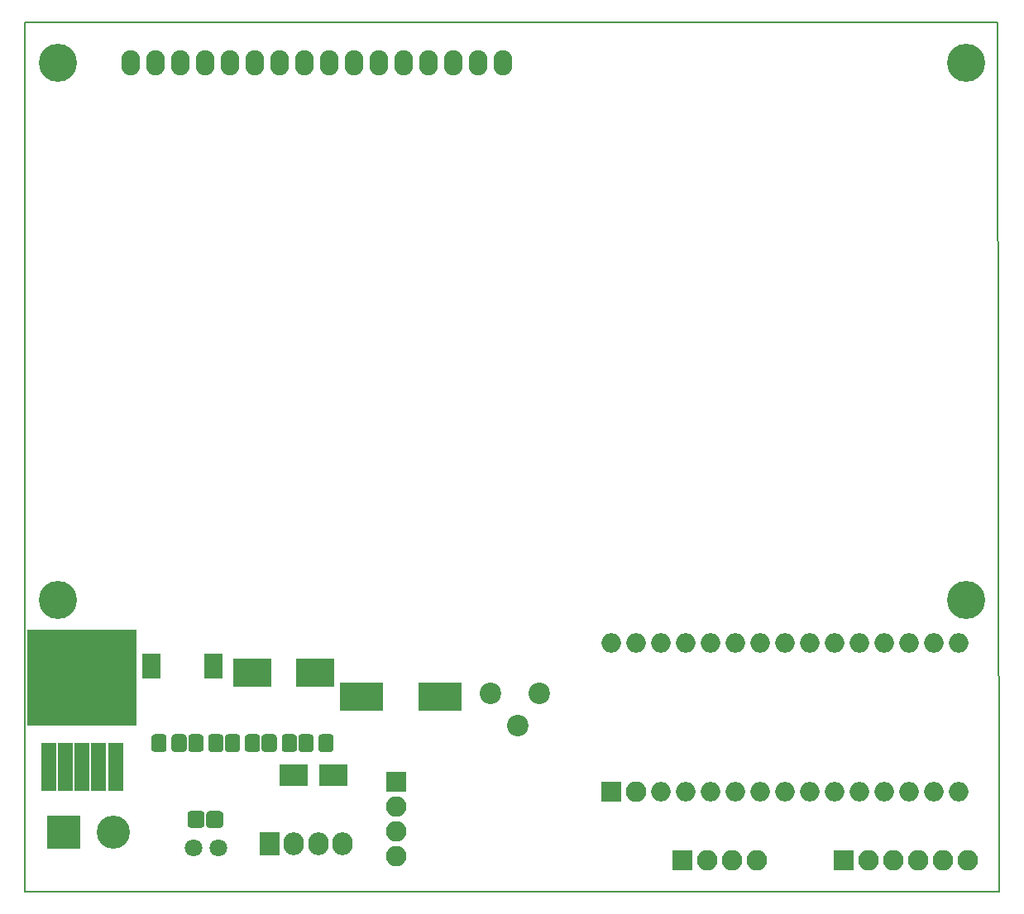
<source format=gbr>
G04 #@! TF.GenerationSoftware,KiCad,Pcbnew,(5.0.0)*
G04 #@! TF.CreationDate,2019-03-04T17:15:25-05:00*
G04 #@! TF.ProjectId,nivel y temperatura,6E6976656C20792074656D7065726174,V 1.0*
G04 #@! TF.SameCoordinates,Original*
G04 #@! TF.FileFunction,Soldermask,Top*
G04 #@! TF.FilePolarity,Negative*
%FSLAX46Y46*%
G04 Gerber Fmt 4.6, Leading zero omitted, Abs format (unit mm)*
G04 Created by KiCad (PCBNEW (5.0.0)) date 03/04/19 17:15:25*
%MOMM*%
%LPD*%
G01*
G04 APERTURE LIST*
%ADD10C,0.150000*%
%ADD11O,1.900000X2.600000*%
%ADD12C,3.900000*%
%ADD13R,2.100000X2.100000*%
%ADD14O,2.100000X2.100000*%
%ADD15O,2.000000X2.000000*%
%ADD16C,0.100000*%
%ADD17C,1.700000*%
%ADD18C,1.550000*%
%ADD19R,2.100000X2.350000*%
%ADD20O,2.100000X2.350000*%
%ADD21R,4.400000X2.900000*%
%ADD22R,3.900000X2.900000*%
%ADD23R,2.900000X2.200000*%
%ADD24R,3.399740X3.399740*%
%ADD25C,3.399740*%
%ADD26R,1.900000X2.600000*%
%ADD27C,1.800000*%
%ADD28R,1.500000X5.000000*%
%ADD29R,11.200000X9.800000*%
%ADD30C,2.200000*%
G04 APERTURE END LIST*
D10*
X92202000Y-45974000D02*
X92202000Y-134974000D01*
X191770000Y-45974000D02*
X92202000Y-45974000D01*
X191900000Y-135000000D02*
X191770000Y-45970000D01*
X92202000Y-135000000D02*
X191900000Y-135000000D01*
D11*
G04 #@! TO.C,U1*
X141145601Y-50135101D03*
X138605601Y-50135101D03*
X136065601Y-50135101D03*
X133525601Y-50135101D03*
X130985601Y-50135101D03*
X128445601Y-50135101D03*
X125905601Y-50135101D03*
X123365601Y-50135101D03*
X120825601Y-50135101D03*
X118285601Y-50135101D03*
X115745601Y-50135101D03*
X113205601Y-50135101D03*
X110665601Y-50135101D03*
X108125601Y-50135101D03*
X105585601Y-50135101D03*
X103045601Y-50135101D03*
D12*
X95545601Y-105135101D03*
X188545381Y-105135681D03*
X188545381Y-50134521D03*
X95545821Y-50134521D03*
G04 #@! TD*
D13*
G04 #@! TO.C,S-DTH1*
X130149600Y-123748800D03*
D14*
X130149600Y-126288800D03*
X130149600Y-128828800D03*
X130149600Y-131368800D03*
G04 #@! TD*
D15*
G04 #@! TO.C,A1*
X187756800Y-109575600D03*
X187756800Y-124815600D03*
X152196800Y-109575600D03*
X185216800Y-124815600D03*
X154736800Y-109575600D03*
X182676800Y-124815600D03*
X157276800Y-109575600D03*
X180136800Y-124815600D03*
X159816800Y-109575600D03*
X177596800Y-124815600D03*
X162356800Y-109575600D03*
X175056800Y-124815600D03*
X164896800Y-109575600D03*
X172516800Y-124815600D03*
X167436800Y-109575600D03*
X169976800Y-124815600D03*
X169976800Y-109575600D03*
X167436800Y-124815600D03*
X172516800Y-109575600D03*
X164896800Y-124815600D03*
X175056800Y-109575600D03*
X162356800Y-124815600D03*
X177596800Y-109575600D03*
X159816800Y-124815600D03*
X180136800Y-109575600D03*
X157276800Y-124815600D03*
X182676800Y-109575600D03*
D14*
X154736800Y-124815600D03*
D15*
X185216800Y-109575600D03*
D13*
X152196800Y-124815600D03*
G04 #@! TD*
D16*
G04 #@! TO.C,D1*
G36*
X110247521Y-126761174D02*
X110279257Y-126765882D01*
X110310378Y-126773677D01*
X110340585Y-126784486D01*
X110369587Y-126798203D01*
X110397106Y-126814696D01*
X110422875Y-126833808D01*
X110446646Y-126855354D01*
X110468192Y-126879125D01*
X110487304Y-126904894D01*
X110503797Y-126932413D01*
X110517514Y-126961415D01*
X110528323Y-126991622D01*
X110536118Y-127022743D01*
X110540826Y-127054479D01*
X110542400Y-127086523D01*
X110542400Y-128132677D01*
X110540826Y-128164721D01*
X110536118Y-128196457D01*
X110528323Y-128227578D01*
X110517514Y-128257785D01*
X110503797Y-128286787D01*
X110487304Y-128314306D01*
X110468192Y-128340075D01*
X110446646Y-128363846D01*
X110422875Y-128385392D01*
X110397106Y-128404504D01*
X110369587Y-128420997D01*
X110340585Y-128434714D01*
X110310378Y-128445523D01*
X110279257Y-128453318D01*
X110247521Y-128458026D01*
X110215477Y-128459600D01*
X109144323Y-128459600D01*
X109112279Y-128458026D01*
X109080543Y-128453318D01*
X109049422Y-128445523D01*
X109019215Y-128434714D01*
X108990213Y-128420997D01*
X108962694Y-128404504D01*
X108936925Y-128385392D01*
X108913154Y-128363846D01*
X108891608Y-128340075D01*
X108872496Y-128314306D01*
X108856003Y-128286787D01*
X108842286Y-128257785D01*
X108831477Y-128227578D01*
X108823682Y-128196457D01*
X108818974Y-128164721D01*
X108817400Y-128132677D01*
X108817400Y-127086523D01*
X108818974Y-127054479D01*
X108823682Y-127022743D01*
X108831477Y-126991622D01*
X108842286Y-126961415D01*
X108856003Y-126932413D01*
X108872496Y-126904894D01*
X108891608Y-126879125D01*
X108913154Y-126855354D01*
X108936925Y-126833808D01*
X108962694Y-126814696D01*
X108990213Y-126798203D01*
X109019215Y-126784486D01*
X109049422Y-126773677D01*
X109080543Y-126765882D01*
X109112279Y-126761174D01*
X109144323Y-126759600D01*
X110215477Y-126759600D01*
X110247521Y-126761174D01*
X110247521Y-126761174D01*
G37*
D17*
X109679900Y-127609600D03*
D16*
G36*
X112172521Y-126761174D02*
X112204257Y-126765882D01*
X112235378Y-126773677D01*
X112265585Y-126784486D01*
X112294587Y-126798203D01*
X112322106Y-126814696D01*
X112347875Y-126833808D01*
X112371646Y-126855354D01*
X112393192Y-126879125D01*
X112412304Y-126904894D01*
X112428797Y-126932413D01*
X112442514Y-126961415D01*
X112453323Y-126991622D01*
X112461118Y-127022743D01*
X112465826Y-127054479D01*
X112467400Y-127086523D01*
X112467400Y-128132677D01*
X112465826Y-128164721D01*
X112461118Y-128196457D01*
X112453323Y-128227578D01*
X112442514Y-128257785D01*
X112428797Y-128286787D01*
X112412304Y-128314306D01*
X112393192Y-128340075D01*
X112371646Y-128363846D01*
X112347875Y-128385392D01*
X112322106Y-128404504D01*
X112294587Y-128420997D01*
X112265585Y-128434714D01*
X112235378Y-128445523D01*
X112204257Y-128453318D01*
X112172521Y-128458026D01*
X112140477Y-128459600D01*
X111069323Y-128459600D01*
X111037279Y-128458026D01*
X111005543Y-128453318D01*
X110974422Y-128445523D01*
X110944215Y-128434714D01*
X110915213Y-128420997D01*
X110887694Y-128404504D01*
X110861925Y-128385392D01*
X110838154Y-128363846D01*
X110816608Y-128340075D01*
X110797496Y-128314306D01*
X110781003Y-128286787D01*
X110767286Y-128257785D01*
X110756477Y-128227578D01*
X110748682Y-128196457D01*
X110743974Y-128164721D01*
X110742400Y-128132677D01*
X110742400Y-127086523D01*
X110743974Y-127054479D01*
X110748682Y-127022743D01*
X110756477Y-126991622D01*
X110767286Y-126961415D01*
X110781003Y-126932413D01*
X110797496Y-126904894D01*
X110816608Y-126879125D01*
X110838154Y-126855354D01*
X110861925Y-126833808D01*
X110887694Y-126814696D01*
X110915213Y-126798203D01*
X110944215Y-126784486D01*
X110974422Y-126773677D01*
X111005543Y-126765882D01*
X111037279Y-126761174D01*
X111069323Y-126759600D01*
X112140477Y-126759600D01*
X112172521Y-126761174D01*
X112172521Y-126761174D01*
G37*
D17*
X111604900Y-127609600D03*
G04 #@! TD*
D16*
G04 #@! TO.C,R1*
G36*
X106380071Y-118888023D02*
X106412781Y-118892875D01*
X106444857Y-118900909D01*
X106475991Y-118912049D01*
X106505884Y-118926187D01*
X106534247Y-118943187D01*
X106560807Y-118962885D01*
X106585308Y-118985092D01*
X106607515Y-119009593D01*
X106627213Y-119036153D01*
X106644213Y-119064516D01*
X106658351Y-119094409D01*
X106669491Y-119125543D01*
X106677525Y-119157619D01*
X106682377Y-119190329D01*
X106684000Y-119223356D01*
X106684000Y-120349444D01*
X106682377Y-120382471D01*
X106677525Y-120415181D01*
X106669491Y-120447257D01*
X106658351Y-120478391D01*
X106644213Y-120508284D01*
X106627213Y-120536647D01*
X106607515Y-120563207D01*
X106585308Y-120587708D01*
X106560807Y-120609915D01*
X106534247Y-120629613D01*
X106505884Y-120646613D01*
X106475991Y-120660751D01*
X106444857Y-120671891D01*
X106412781Y-120679925D01*
X106380071Y-120684777D01*
X106347044Y-120686400D01*
X105470956Y-120686400D01*
X105437929Y-120684777D01*
X105405219Y-120679925D01*
X105373143Y-120671891D01*
X105342009Y-120660751D01*
X105312116Y-120646613D01*
X105283753Y-120629613D01*
X105257193Y-120609915D01*
X105232692Y-120587708D01*
X105210485Y-120563207D01*
X105190787Y-120536647D01*
X105173787Y-120508284D01*
X105159649Y-120478391D01*
X105148509Y-120447257D01*
X105140475Y-120415181D01*
X105135623Y-120382471D01*
X105134000Y-120349444D01*
X105134000Y-119223356D01*
X105135623Y-119190329D01*
X105140475Y-119157619D01*
X105148509Y-119125543D01*
X105159649Y-119094409D01*
X105173787Y-119064516D01*
X105190787Y-119036153D01*
X105210485Y-119009593D01*
X105232692Y-118985092D01*
X105257193Y-118962885D01*
X105283753Y-118943187D01*
X105312116Y-118926187D01*
X105342009Y-118912049D01*
X105373143Y-118900909D01*
X105405219Y-118892875D01*
X105437929Y-118888023D01*
X105470956Y-118886400D01*
X106347044Y-118886400D01*
X106380071Y-118888023D01*
X106380071Y-118888023D01*
G37*
D18*
X105909000Y-119786400D03*
D16*
G36*
X108430071Y-118888023D02*
X108462781Y-118892875D01*
X108494857Y-118900909D01*
X108525991Y-118912049D01*
X108555884Y-118926187D01*
X108584247Y-118943187D01*
X108610807Y-118962885D01*
X108635308Y-118985092D01*
X108657515Y-119009593D01*
X108677213Y-119036153D01*
X108694213Y-119064516D01*
X108708351Y-119094409D01*
X108719491Y-119125543D01*
X108727525Y-119157619D01*
X108732377Y-119190329D01*
X108734000Y-119223356D01*
X108734000Y-120349444D01*
X108732377Y-120382471D01*
X108727525Y-120415181D01*
X108719491Y-120447257D01*
X108708351Y-120478391D01*
X108694213Y-120508284D01*
X108677213Y-120536647D01*
X108657515Y-120563207D01*
X108635308Y-120587708D01*
X108610807Y-120609915D01*
X108584247Y-120629613D01*
X108555884Y-120646613D01*
X108525991Y-120660751D01*
X108494857Y-120671891D01*
X108462781Y-120679925D01*
X108430071Y-120684777D01*
X108397044Y-120686400D01*
X107520956Y-120686400D01*
X107487929Y-120684777D01*
X107455219Y-120679925D01*
X107423143Y-120671891D01*
X107392009Y-120660751D01*
X107362116Y-120646613D01*
X107333753Y-120629613D01*
X107307193Y-120609915D01*
X107282692Y-120587708D01*
X107260485Y-120563207D01*
X107240787Y-120536647D01*
X107223787Y-120508284D01*
X107209649Y-120478391D01*
X107198509Y-120447257D01*
X107190475Y-120415181D01*
X107185623Y-120382471D01*
X107184000Y-120349444D01*
X107184000Y-119223356D01*
X107185623Y-119190329D01*
X107190475Y-119157619D01*
X107198509Y-119125543D01*
X107209649Y-119094409D01*
X107223787Y-119064516D01*
X107240787Y-119036153D01*
X107260485Y-119009593D01*
X107282692Y-118985092D01*
X107307193Y-118962885D01*
X107333753Y-118943187D01*
X107362116Y-118926187D01*
X107392009Y-118912049D01*
X107423143Y-118900909D01*
X107455219Y-118892875D01*
X107487929Y-118888023D01*
X107520956Y-118886400D01*
X108397044Y-118886400D01*
X108430071Y-118888023D01*
X108430071Y-118888023D01*
G37*
D18*
X107959000Y-119786400D03*
G04 #@! TD*
D16*
G04 #@! TO.C,R2*
G36*
X112189271Y-118888023D02*
X112221981Y-118892875D01*
X112254057Y-118900909D01*
X112285191Y-118912049D01*
X112315084Y-118926187D01*
X112343447Y-118943187D01*
X112370007Y-118962885D01*
X112394508Y-118985092D01*
X112416715Y-119009593D01*
X112436413Y-119036153D01*
X112453413Y-119064516D01*
X112467551Y-119094409D01*
X112478691Y-119125543D01*
X112486725Y-119157619D01*
X112491577Y-119190329D01*
X112493200Y-119223356D01*
X112493200Y-120349444D01*
X112491577Y-120382471D01*
X112486725Y-120415181D01*
X112478691Y-120447257D01*
X112467551Y-120478391D01*
X112453413Y-120508284D01*
X112436413Y-120536647D01*
X112416715Y-120563207D01*
X112394508Y-120587708D01*
X112370007Y-120609915D01*
X112343447Y-120629613D01*
X112315084Y-120646613D01*
X112285191Y-120660751D01*
X112254057Y-120671891D01*
X112221981Y-120679925D01*
X112189271Y-120684777D01*
X112156244Y-120686400D01*
X111280156Y-120686400D01*
X111247129Y-120684777D01*
X111214419Y-120679925D01*
X111182343Y-120671891D01*
X111151209Y-120660751D01*
X111121316Y-120646613D01*
X111092953Y-120629613D01*
X111066393Y-120609915D01*
X111041892Y-120587708D01*
X111019685Y-120563207D01*
X110999987Y-120536647D01*
X110982987Y-120508284D01*
X110968849Y-120478391D01*
X110957709Y-120447257D01*
X110949675Y-120415181D01*
X110944823Y-120382471D01*
X110943200Y-120349444D01*
X110943200Y-119223356D01*
X110944823Y-119190329D01*
X110949675Y-119157619D01*
X110957709Y-119125543D01*
X110968849Y-119094409D01*
X110982987Y-119064516D01*
X110999987Y-119036153D01*
X111019685Y-119009593D01*
X111041892Y-118985092D01*
X111066393Y-118962885D01*
X111092953Y-118943187D01*
X111121316Y-118926187D01*
X111151209Y-118912049D01*
X111182343Y-118900909D01*
X111214419Y-118892875D01*
X111247129Y-118888023D01*
X111280156Y-118886400D01*
X112156244Y-118886400D01*
X112189271Y-118888023D01*
X112189271Y-118888023D01*
G37*
D18*
X111718200Y-119786400D03*
D16*
G36*
X110139271Y-118888023D02*
X110171981Y-118892875D01*
X110204057Y-118900909D01*
X110235191Y-118912049D01*
X110265084Y-118926187D01*
X110293447Y-118943187D01*
X110320007Y-118962885D01*
X110344508Y-118985092D01*
X110366715Y-119009593D01*
X110386413Y-119036153D01*
X110403413Y-119064516D01*
X110417551Y-119094409D01*
X110428691Y-119125543D01*
X110436725Y-119157619D01*
X110441577Y-119190329D01*
X110443200Y-119223356D01*
X110443200Y-120349444D01*
X110441577Y-120382471D01*
X110436725Y-120415181D01*
X110428691Y-120447257D01*
X110417551Y-120478391D01*
X110403413Y-120508284D01*
X110386413Y-120536647D01*
X110366715Y-120563207D01*
X110344508Y-120587708D01*
X110320007Y-120609915D01*
X110293447Y-120629613D01*
X110265084Y-120646613D01*
X110235191Y-120660751D01*
X110204057Y-120671891D01*
X110171981Y-120679925D01*
X110139271Y-120684777D01*
X110106244Y-120686400D01*
X109230156Y-120686400D01*
X109197129Y-120684777D01*
X109164419Y-120679925D01*
X109132343Y-120671891D01*
X109101209Y-120660751D01*
X109071316Y-120646613D01*
X109042953Y-120629613D01*
X109016393Y-120609915D01*
X108991892Y-120587708D01*
X108969685Y-120563207D01*
X108949987Y-120536647D01*
X108932987Y-120508284D01*
X108918849Y-120478391D01*
X108907709Y-120447257D01*
X108899675Y-120415181D01*
X108894823Y-120382471D01*
X108893200Y-120349444D01*
X108893200Y-119223356D01*
X108894823Y-119190329D01*
X108899675Y-119157619D01*
X108907709Y-119125543D01*
X108918849Y-119094409D01*
X108932987Y-119064516D01*
X108949987Y-119036153D01*
X108969685Y-119009593D01*
X108991892Y-118985092D01*
X109016393Y-118962885D01*
X109042953Y-118943187D01*
X109071316Y-118926187D01*
X109101209Y-118912049D01*
X109132343Y-118900909D01*
X109164419Y-118892875D01*
X109197129Y-118888023D01*
X109230156Y-118886400D01*
X110106244Y-118886400D01*
X110139271Y-118888023D01*
X110139271Y-118888023D01*
G37*
D18*
X109668200Y-119786400D03*
G04 #@! TD*
D13*
G04 #@! TO.C,RTC1*
X159512000Y-131775200D03*
D14*
X162052000Y-131775200D03*
X164592000Y-131775200D03*
X167132000Y-131775200D03*
G04 #@! TD*
D13*
G04 #@! TO.C,SD1*
X175971200Y-131826000D03*
D14*
X178511200Y-131826000D03*
X181051200Y-131826000D03*
X183591200Y-131826000D03*
X186131200Y-131826000D03*
X188671200Y-131826000D03*
G04 #@! TD*
D19*
G04 #@! TO.C,Sensor1*
X117195600Y-130098800D03*
D20*
X119695600Y-130098800D03*
X122195600Y-130098800D03*
X124695600Y-130098800D03*
G04 #@! TD*
D21*
G04 #@! TO.C,C1*
X126657600Y-115011200D03*
X134657600Y-115011200D03*
G04 #@! TD*
D22*
G04 #@! TO.C,C2*
X115418800Y-112572800D03*
X121918800Y-112572800D03*
G04 #@! TD*
D23*
G04 #@! TO.C,D2*
X119716800Y-123088400D03*
X123716800Y-123088400D03*
G04 #@! TD*
D24*
G04 #@! TO.C, *
X96113600Y-128930400D03*
D25*
X101193600Y-128930400D03*
G04 #@! TD*
D26*
G04 #@! TO.C,L1*
X105105600Y-111912400D03*
X111505600Y-111912400D03*
G04 #@! TD*
D16*
G04 #@! TO.C,R3*
G36*
X115948471Y-118888023D02*
X115981181Y-118892875D01*
X116013257Y-118900909D01*
X116044391Y-118912049D01*
X116074284Y-118926187D01*
X116102647Y-118943187D01*
X116129207Y-118962885D01*
X116153708Y-118985092D01*
X116175915Y-119009593D01*
X116195613Y-119036153D01*
X116212613Y-119064516D01*
X116226751Y-119094409D01*
X116237891Y-119125543D01*
X116245925Y-119157619D01*
X116250777Y-119190329D01*
X116252400Y-119223356D01*
X116252400Y-120349444D01*
X116250777Y-120382471D01*
X116245925Y-120415181D01*
X116237891Y-120447257D01*
X116226751Y-120478391D01*
X116212613Y-120508284D01*
X116195613Y-120536647D01*
X116175915Y-120563207D01*
X116153708Y-120587708D01*
X116129207Y-120609915D01*
X116102647Y-120629613D01*
X116074284Y-120646613D01*
X116044391Y-120660751D01*
X116013257Y-120671891D01*
X115981181Y-120679925D01*
X115948471Y-120684777D01*
X115915444Y-120686400D01*
X115039356Y-120686400D01*
X115006329Y-120684777D01*
X114973619Y-120679925D01*
X114941543Y-120671891D01*
X114910409Y-120660751D01*
X114880516Y-120646613D01*
X114852153Y-120629613D01*
X114825593Y-120609915D01*
X114801092Y-120587708D01*
X114778885Y-120563207D01*
X114759187Y-120536647D01*
X114742187Y-120508284D01*
X114728049Y-120478391D01*
X114716909Y-120447257D01*
X114708875Y-120415181D01*
X114704023Y-120382471D01*
X114702400Y-120349444D01*
X114702400Y-119223356D01*
X114704023Y-119190329D01*
X114708875Y-119157619D01*
X114716909Y-119125543D01*
X114728049Y-119094409D01*
X114742187Y-119064516D01*
X114759187Y-119036153D01*
X114778885Y-119009593D01*
X114801092Y-118985092D01*
X114825593Y-118962885D01*
X114852153Y-118943187D01*
X114880516Y-118926187D01*
X114910409Y-118912049D01*
X114941543Y-118900909D01*
X114973619Y-118892875D01*
X115006329Y-118888023D01*
X115039356Y-118886400D01*
X115915444Y-118886400D01*
X115948471Y-118888023D01*
X115948471Y-118888023D01*
G37*
D18*
X115477400Y-119786400D03*
D16*
G36*
X113898471Y-118888023D02*
X113931181Y-118892875D01*
X113963257Y-118900909D01*
X113994391Y-118912049D01*
X114024284Y-118926187D01*
X114052647Y-118943187D01*
X114079207Y-118962885D01*
X114103708Y-118985092D01*
X114125915Y-119009593D01*
X114145613Y-119036153D01*
X114162613Y-119064516D01*
X114176751Y-119094409D01*
X114187891Y-119125543D01*
X114195925Y-119157619D01*
X114200777Y-119190329D01*
X114202400Y-119223356D01*
X114202400Y-120349444D01*
X114200777Y-120382471D01*
X114195925Y-120415181D01*
X114187891Y-120447257D01*
X114176751Y-120478391D01*
X114162613Y-120508284D01*
X114145613Y-120536647D01*
X114125915Y-120563207D01*
X114103708Y-120587708D01*
X114079207Y-120609915D01*
X114052647Y-120629613D01*
X114024284Y-120646613D01*
X113994391Y-120660751D01*
X113963257Y-120671891D01*
X113931181Y-120679925D01*
X113898471Y-120684777D01*
X113865444Y-120686400D01*
X112989356Y-120686400D01*
X112956329Y-120684777D01*
X112923619Y-120679925D01*
X112891543Y-120671891D01*
X112860409Y-120660751D01*
X112830516Y-120646613D01*
X112802153Y-120629613D01*
X112775593Y-120609915D01*
X112751092Y-120587708D01*
X112728885Y-120563207D01*
X112709187Y-120536647D01*
X112692187Y-120508284D01*
X112678049Y-120478391D01*
X112666909Y-120447257D01*
X112658875Y-120415181D01*
X112654023Y-120382471D01*
X112652400Y-120349444D01*
X112652400Y-119223356D01*
X112654023Y-119190329D01*
X112658875Y-119157619D01*
X112666909Y-119125543D01*
X112678049Y-119094409D01*
X112692187Y-119064516D01*
X112709187Y-119036153D01*
X112728885Y-119009593D01*
X112751092Y-118985092D01*
X112775593Y-118962885D01*
X112802153Y-118943187D01*
X112830516Y-118926187D01*
X112860409Y-118912049D01*
X112891543Y-118900909D01*
X112923619Y-118892875D01*
X112956329Y-118888023D01*
X112989356Y-118886400D01*
X113865444Y-118886400D01*
X113898471Y-118888023D01*
X113898471Y-118888023D01*
G37*
D18*
X113427400Y-119786400D03*
G04 #@! TD*
D16*
G04 #@! TO.C,R4*
G36*
X117657671Y-118888023D02*
X117690381Y-118892875D01*
X117722457Y-118900909D01*
X117753591Y-118912049D01*
X117783484Y-118926187D01*
X117811847Y-118943187D01*
X117838407Y-118962885D01*
X117862908Y-118985092D01*
X117885115Y-119009593D01*
X117904813Y-119036153D01*
X117921813Y-119064516D01*
X117935951Y-119094409D01*
X117947091Y-119125543D01*
X117955125Y-119157619D01*
X117959977Y-119190329D01*
X117961600Y-119223356D01*
X117961600Y-120349444D01*
X117959977Y-120382471D01*
X117955125Y-120415181D01*
X117947091Y-120447257D01*
X117935951Y-120478391D01*
X117921813Y-120508284D01*
X117904813Y-120536647D01*
X117885115Y-120563207D01*
X117862908Y-120587708D01*
X117838407Y-120609915D01*
X117811847Y-120629613D01*
X117783484Y-120646613D01*
X117753591Y-120660751D01*
X117722457Y-120671891D01*
X117690381Y-120679925D01*
X117657671Y-120684777D01*
X117624644Y-120686400D01*
X116748556Y-120686400D01*
X116715529Y-120684777D01*
X116682819Y-120679925D01*
X116650743Y-120671891D01*
X116619609Y-120660751D01*
X116589716Y-120646613D01*
X116561353Y-120629613D01*
X116534793Y-120609915D01*
X116510292Y-120587708D01*
X116488085Y-120563207D01*
X116468387Y-120536647D01*
X116451387Y-120508284D01*
X116437249Y-120478391D01*
X116426109Y-120447257D01*
X116418075Y-120415181D01*
X116413223Y-120382471D01*
X116411600Y-120349444D01*
X116411600Y-119223356D01*
X116413223Y-119190329D01*
X116418075Y-119157619D01*
X116426109Y-119125543D01*
X116437249Y-119094409D01*
X116451387Y-119064516D01*
X116468387Y-119036153D01*
X116488085Y-119009593D01*
X116510292Y-118985092D01*
X116534793Y-118962885D01*
X116561353Y-118943187D01*
X116589716Y-118926187D01*
X116619609Y-118912049D01*
X116650743Y-118900909D01*
X116682819Y-118892875D01*
X116715529Y-118888023D01*
X116748556Y-118886400D01*
X117624644Y-118886400D01*
X117657671Y-118888023D01*
X117657671Y-118888023D01*
G37*
D18*
X117186600Y-119786400D03*
D16*
G36*
X119707671Y-118888023D02*
X119740381Y-118892875D01*
X119772457Y-118900909D01*
X119803591Y-118912049D01*
X119833484Y-118926187D01*
X119861847Y-118943187D01*
X119888407Y-118962885D01*
X119912908Y-118985092D01*
X119935115Y-119009593D01*
X119954813Y-119036153D01*
X119971813Y-119064516D01*
X119985951Y-119094409D01*
X119997091Y-119125543D01*
X120005125Y-119157619D01*
X120009977Y-119190329D01*
X120011600Y-119223356D01*
X120011600Y-120349444D01*
X120009977Y-120382471D01*
X120005125Y-120415181D01*
X119997091Y-120447257D01*
X119985951Y-120478391D01*
X119971813Y-120508284D01*
X119954813Y-120536647D01*
X119935115Y-120563207D01*
X119912908Y-120587708D01*
X119888407Y-120609915D01*
X119861847Y-120629613D01*
X119833484Y-120646613D01*
X119803591Y-120660751D01*
X119772457Y-120671891D01*
X119740381Y-120679925D01*
X119707671Y-120684777D01*
X119674644Y-120686400D01*
X118798556Y-120686400D01*
X118765529Y-120684777D01*
X118732819Y-120679925D01*
X118700743Y-120671891D01*
X118669609Y-120660751D01*
X118639716Y-120646613D01*
X118611353Y-120629613D01*
X118584793Y-120609915D01*
X118560292Y-120587708D01*
X118538085Y-120563207D01*
X118518387Y-120536647D01*
X118501387Y-120508284D01*
X118487249Y-120478391D01*
X118476109Y-120447257D01*
X118468075Y-120415181D01*
X118463223Y-120382471D01*
X118461600Y-120349444D01*
X118461600Y-119223356D01*
X118463223Y-119190329D01*
X118468075Y-119157619D01*
X118476109Y-119125543D01*
X118487249Y-119094409D01*
X118501387Y-119064516D01*
X118518387Y-119036153D01*
X118538085Y-119009593D01*
X118560292Y-118985092D01*
X118584793Y-118962885D01*
X118611353Y-118943187D01*
X118639716Y-118926187D01*
X118669609Y-118912049D01*
X118700743Y-118900909D01*
X118732819Y-118892875D01*
X118765529Y-118888023D01*
X118798556Y-118886400D01*
X119674644Y-118886400D01*
X119707671Y-118888023D01*
X119707671Y-118888023D01*
G37*
D18*
X119236600Y-119786400D03*
G04 #@! TD*
D27*
G04 #@! TO.C,TP1*
X109420000Y-130510000D03*
X111960000Y-130510000D03*
G04 #@! TD*
D28*
G04 #@! TO.C,U2*
X94644000Y-122208600D03*
X96344000Y-122208600D03*
X98044000Y-122208600D03*
X99744000Y-122208600D03*
X101444000Y-122208600D03*
D29*
X98044000Y-113058600D03*
G04 #@! TD*
D16*
G04 #@! TO.C,R5*
G36*
X121416871Y-118888023D02*
X121449581Y-118892875D01*
X121481657Y-118900909D01*
X121512791Y-118912049D01*
X121542684Y-118926187D01*
X121571047Y-118943187D01*
X121597607Y-118962885D01*
X121622108Y-118985092D01*
X121644315Y-119009593D01*
X121664013Y-119036153D01*
X121681013Y-119064516D01*
X121695151Y-119094409D01*
X121706291Y-119125543D01*
X121714325Y-119157619D01*
X121719177Y-119190329D01*
X121720800Y-119223356D01*
X121720800Y-120349444D01*
X121719177Y-120382471D01*
X121714325Y-120415181D01*
X121706291Y-120447257D01*
X121695151Y-120478391D01*
X121681013Y-120508284D01*
X121664013Y-120536647D01*
X121644315Y-120563207D01*
X121622108Y-120587708D01*
X121597607Y-120609915D01*
X121571047Y-120629613D01*
X121542684Y-120646613D01*
X121512791Y-120660751D01*
X121481657Y-120671891D01*
X121449581Y-120679925D01*
X121416871Y-120684777D01*
X121383844Y-120686400D01*
X120507756Y-120686400D01*
X120474729Y-120684777D01*
X120442019Y-120679925D01*
X120409943Y-120671891D01*
X120378809Y-120660751D01*
X120348916Y-120646613D01*
X120320553Y-120629613D01*
X120293993Y-120609915D01*
X120269492Y-120587708D01*
X120247285Y-120563207D01*
X120227587Y-120536647D01*
X120210587Y-120508284D01*
X120196449Y-120478391D01*
X120185309Y-120447257D01*
X120177275Y-120415181D01*
X120172423Y-120382471D01*
X120170800Y-120349444D01*
X120170800Y-119223356D01*
X120172423Y-119190329D01*
X120177275Y-119157619D01*
X120185309Y-119125543D01*
X120196449Y-119094409D01*
X120210587Y-119064516D01*
X120227587Y-119036153D01*
X120247285Y-119009593D01*
X120269492Y-118985092D01*
X120293993Y-118962885D01*
X120320553Y-118943187D01*
X120348916Y-118926187D01*
X120378809Y-118912049D01*
X120409943Y-118900909D01*
X120442019Y-118892875D01*
X120474729Y-118888023D01*
X120507756Y-118886400D01*
X121383844Y-118886400D01*
X121416871Y-118888023D01*
X121416871Y-118888023D01*
G37*
D18*
X120945800Y-119786400D03*
D16*
G36*
X123466871Y-118888023D02*
X123499581Y-118892875D01*
X123531657Y-118900909D01*
X123562791Y-118912049D01*
X123592684Y-118926187D01*
X123621047Y-118943187D01*
X123647607Y-118962885D01*
X123672108Y-118985092D01*
X123694315Y-119009593D01*
X123714013Y-119036153D01*
X123731013Y-119064516D01*
X123745151Y-119094409D01*
X123756291Y-119125543D01*
X123764325Y-119157619D01*
X123769177Y-119190329D01*
X123770800Y-119223356D01*
X123770800Y-120349444D01*
X123769177Y-120382471D01*
X123764325Y-120415181D01*
X123756291Y-120447257D01*
X123745151Y-120478391D01*
X123731013Y-120508284D01*
X123714013Y-120536647D01*
X123694315Y-120563207D01*
X123672108Y-120587708D01*
X123647607Y-120609915D01*
X123621047Y-120629613D01*
X123592684Y-120646613D01*
X123562791Y-120660751D01*
X123531657Y-120671891D01*
X123499581Y-120679925D01*
X123466871Y-120684777D01*
X123433844Y-120686400D01*
X122557756Y-120686400D01*
X122524729Y-120684777D01*
X122492019Y-120679925D01*
X122459943Y-120671891D01*
X122428809Y-120660751D01*
X122398916Y-120646613D01*
X122370553Y-120629613D01*
X122343993Y-120609915D01*
X122319492Y-120587708D01*
X122297285Y-120563207D01*
X122277587Y-120536647D01*
X122260587Y-120508284D01*
X122246449Y-120478391D01*
X122235309Y-120447257D01*
X122227275Y-120415181D01*
X122222423Y-120382471D01*
X122220800Y-120349444D01*
X122220800Y-119223356D01*
X122222423Y-119190329D01*
X122227275Y-119157619D01*
X122235309Y-119125543D01*
X122246449Y-119094409D01*
X122260587Y-119064516D01*
X122277587Y-119036153D01*
X122297285Y-119009593D01*
X122319492Y-118985092D01*
X122343993Y-118962885D01*
X122370553Y-118943187D01*
X122398916Y-118926187D01*
X122428809Y-118912049D01*
X122459943Y-118900909D01*
X122492019Y-118892875D01*
X122524729Y-118888023D01*
X122557756Y-118886400D01*
X123433844Y-118886400D01*
X123466871Y-118888023D01*
X123466871Y-118888023D01*
G37*
D18*
X122995800Y-119786400D03*
G04 #@! TD*
D30*
G04 #@! TO.C,RV1*
X144830800Y-114681000D03*
X139852400Y-114681000D03*
X142595600Y-117983000D03*
G04 #@! TD*
M02*

</source>
